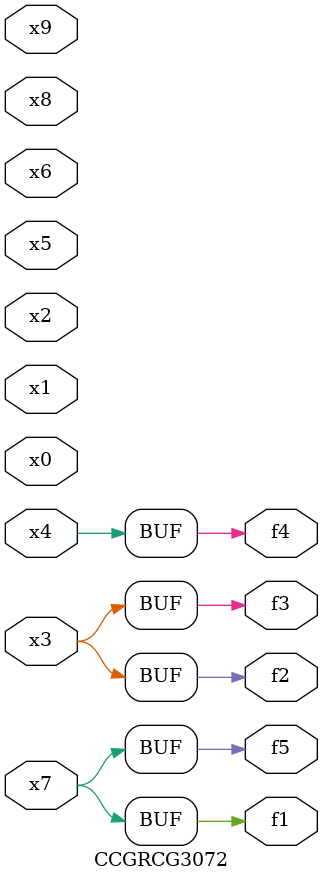
<source format=v>
module CCGRCG3072(
	input x0, x1, x2, x3, x4, x5, x6, x7, x8, x9,
	output f1, f2, f3, f4, f5
);
	assign f1 = x7;
	assign f2 = x3;
	assign f3 = x3;
	assign f4 = x4;
	assign f5 = x7;
endmodule

</source>
